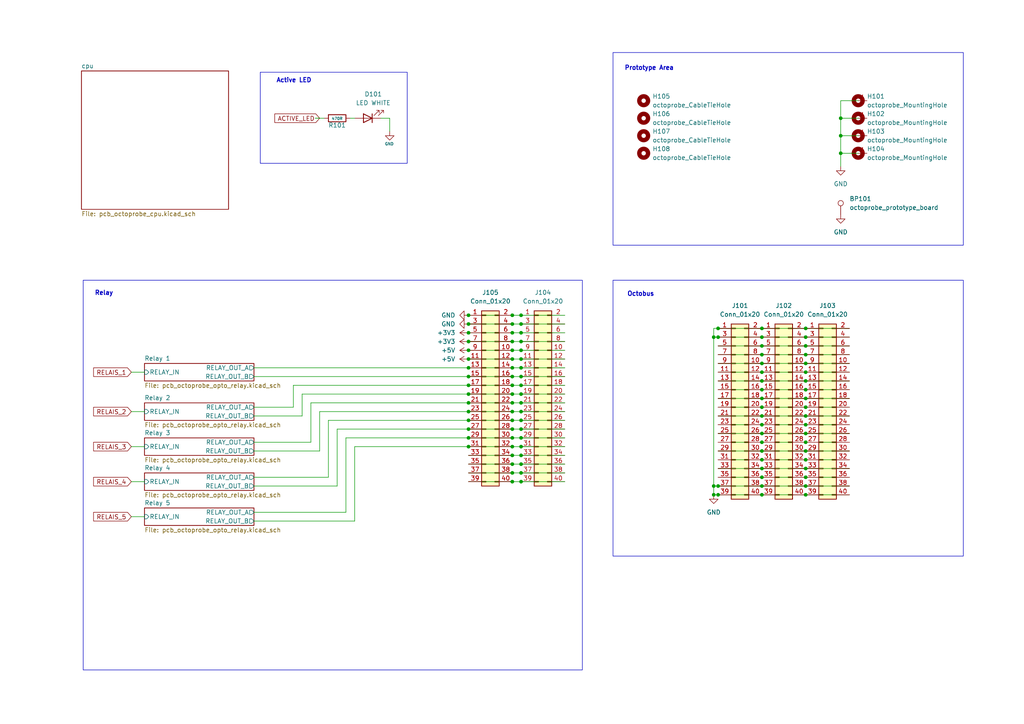
<source format=kicad_sch>
(kicad_sch (version 20231120) (generator "eeschema") (generator_version "8.0")
  (paper "A4")
  (title_block (title "Octoprobe") (date "2024-04-24") (rev "1.0") (company "Hans Märki, Märki Informatik") (comment 1 "The MIT License (MIT)"))
  (lib_symbols
    (symbol "00_project_library:LED WHITE" (pin_numbers hide) (pin_names (offset 1.016) hide)
      (property "Reference" "D" (at 0 2.54 0))
      (property "Value" "LED WHITE" (at 0 -2.54 0))
      (symbol "LED WHITE_0_1"
        (polyline (pts (xy -1.27 -1.27) (xy -1.27 1.27)) (stroke (width 0.254)))
        (polyline (pts (xy -1.27 0) (xy 1.27 0)))
        (polyline (pts (xy 1.27 -1.27) (xy 1.27 1.27) (xy -1.27 0) (xy 1.27 -1.27)) (stroke (width 0.254)))
        (polyline (pts (xy -3.048 -0.762) (xy -4.572 -2.286) (xy -3.81 -2.286) (xy -4.572 -2.286) (xy -4.572 -1.524)))
        (polyline (pts (xy -1.778 -0.762) (xy -3.302 -2.286) (xy -2.54 -2.286) (xy -3.302 -2.286) (xy -3.302 -1.524)))
      )
      (symbol "LED WHITE_1_1"
        (pin passive line (at -3.81 0 0) (length 2.54) (name "K") (number "1"))
        (pin passive line (at 3.81 0 180) (length 2.54) (name "A") (number "2"))
      )
    )
    (symbol "00_project_library:octoprobe_CableTieHole" (pin_numbers hide) (pin_names (offset 0) hide) (in_bom no)
      (property "Reference" "H" (at 0 5.08 0))
      (property "Value" "octoprobe_CableTieHole" (at 0 3.175 0))
      (symbol "octoprobe_CableTieHole_0_1"
        (circle (center 0 0) (radius 1.27) (stroke (width 1.27)))
      )
    )
    (symbol "00_project_library:octoprobe_MountingHole" (pin_names (offset 1.016))
      (property "Reference" "H" (at 0 5.08 0))
      (property "Value" "octoprobe_MountingHole" (at 0 3.175 0))
      (symbol "octoprobe_MountingHole_0_0"
        (pin power_in line (at 0 0 0) (length 2.54) (name "") (number "1"))
      )
      (symbol "octoprobe_MountingHole_0_1"
        (circle (center 0 0) (radius 1.27) (stroke (width 1.27)))
      )
    )
    (symbol "00_project_library:octoprobe_breakout_BP" (pin_numbers hide) (pin_names (offset 0.762) hide)
      (property "Reference" "BP" (at 0 6.858 0))
      (property "Value" "octoprobe_prototype_board" (at 0 5.08 0))
      (symbol "octoprobe_breakout_BP_0_1"
        (circle (center 0 3.302) (radius 0.762))
      )
      (symbol "octoprobe_breakout_BP_1_1"
        (pin passive line (at 0 0 90) (length 2.54) (name "1") (number "1"))
      )
    )
    (symbol "Connector_Generic:Conn_02x20_Odd_Even" (pin_names (offset 1.016) hide)
      (property "Reference" "J" (at 1.27 25.4 0))
      (property "Value" "Conn_02x20_Odd_Even" (at 1.27 -27.94 0))
      (symbol "Conn_02x20_Odd_Even_1_1"
        (rectangle (start -1.27 -25.273) (end 0 -25.527) (stroke (width 0.1524)))
        (rectangle (start -1.27 -22.733) (end 0 -22.987) (stroke (width 0.1524)))
        (rectangle (start -1.27 -20.193) (end 0 -20.447) (stroke (width 0.1524)))
        (rectangle (start -1.27 -17.653) (end 0 -17.907) (stroke (width 0.1524)))
        (rectangle (start -1.27 -15.113) (end 0 -15.367) (stroke (width 0.1524)))
        (rectangle (start -1.27 -12.573) (end 0 -12.827) (stroke (width 0.1524)))
        (rectangle (start -1.27 -10.033) (end 0 -10.287) (stroke (width 0.1524)))
        (rectangle (start -1.27 -7.493) (end 0 -7.747) (stroke (width 0.1524)))
        (rectangle (start -1.27 -4.953) (end 0 -5.207) (stroke (width 0.1524)))
        (rectangle (start -1.27 -2.413) (end 0 -2.667) (stroke (width 0.1524)))
        (rectangle (start -1.27 0.127) (end 0 -0.127) (stroke (width 0.1524)))
        (rectangle (start -1.27 2.667) (end 0 2.413) (stroke (width 0.1524)))
        (rectangle (start -1.27 5.207) (end 0 4.953) (stroke (width 0.1524)))
        (rectangle (start -1.27 7.747) (end 0 7.493) (stroke (width 0.1524)))
        (rectangle (start -1.27 10.287) (end 0 10.033) (stroke (width 0.1524)))
        (rectangle (start -1.27 12.827) (end 0 12.573) (stroke (width 0.1524)))
        (rectangle (start -1.27 15.367) (end 0 15.113) (stroke (width 0.1524)))
        (rectangle (start -1.27 17.907) (end 0 17.653) (stroke (width 0.1524)))
        (rectangle (start -1.27 20.447) (end 0 20.193) (stroke (width 0.1524)))
        (rectangle (start -1.27 22.987) (end 0 22.733) (stroke (width 0.1524)))
        (rectangle (start -1.27 24.13) (end 3.81 -26.67) (stroke (width 0.254)) (fill (type background)))
        (rectangle (start 3.81 -25.273) (end 2.54 -25.527) (stroke (width 0.1524)))
        (rectangle (start 3.81 -22.733) (end 2.54 -22.987) (stroke (width 0.1524)))
        (rectangle (start 3.81 -20.193) (end 2.54 -20.447) (stroke (width 0.1524)))
        (rectangle (start 3.81 -17.653) (end 2.54 -17.907) (stroke (width 0.1524)))
        (rectangle (start 3.81 -15.113) (end 2.54 -15.367) (stroke (width 0.1524)))
        (rectangle (start 3.81 -12.573) (end 2.54 -12.827) (stroke (width 0.1524)))
        (rectangle (start 3.81 -10.033) (end 2.54 -10.287) (stroke (width 0.1524)))
        (rectangle (start 3.81 -7.493) (end 2.54 -7.747) (stroke (width 0.1524)))
        (rectangle (start 3.81 -4.953) (end 2.54 -5.207) (stroke (width 0.1524)))
        (rectangle (start 3.81 -2.413) (end 2.54 -2.667) (stroke (width 0.1524)))
        (rectangle (start 3.81 0.127) (end 2.54 -0.127) (stroke (width 0.1524)))
        (rectangle (start 3.81 2.667) (end 2.54 2.413) (stroke (width 0.1524)))
        (rectangle (start 3.81 5.207) (end 2.54 4.953) (stroke (width 0.1524)))
        (rectangle (start 3.81 7.747) (end 2.54 7.493) (stroke (width 0.1524)))
        (rectangle (start 3.81 10.287) (end 2.54 10.033) (stroke (width 0.1524)))
        (rectangle (start 3.81 12.827) (end 2.54 12.573) (stroke (width 0.1524)))
        (rectangle (start 3.81 15.367) (end 2.54 15.113) (stroke (width 0.1524)))
        (rectangle (start 3.81 17.907) (end 2.54 17.653) (stroke (width 0.1524)))
        (rectangle (start 3.81 20.447) (end 2.54 20.193) (stroke (width 0.1524)))
        (rectangle (start 3.81 22.987) (end 2.54 22.733) (stroke (width 0.1524)))
        (pin passive line (at -5.08 22.86 0) (length 3.81) (name "Pin_1") (number "1"))
        (pin passive line (at 7.62 12.7 180) (length 3.81) (name "Pin_10") (number "10"))
        (pin passive line (at -5.08 10.16 0) (length 3.81) (name "Pin_11") (number "11"))
        (pin passive line (at 7.62 10.16 180) (length 3.81) (name "Pin_12") (number "12"))
        (pin passive line (at -5.08 7.62 0) (length 3.81) (name "Pin_13") (number "13"))
        (pin passive line (at 7.62 7.62 180) (length 3.81) (name "Pin_14") (number "14"))
        (pin passive line (at -5.08 5.08 0) (length 3.81) (name "Pin_15") (number "15"))
        (pin passive line (at 7.62 5.08 180) (length 3.81) (name "Pin_16") (number "16"))
        (pin passive line (at -5.08 2.54 0) (length 3.81) (name "Pin_17") (number "17"))
        (pin passive line (at 7.62 2.54 180) (length 3.81) (name "Pin_18") (number "18"))
        (pin passive line (at -5.08 0 0) (length 3.81) (name "Pin_19") (number "19"))
        (pin passive line (at 7.62 22.86 180) (length 3.81) (name "Pin_2") (number "2"))
        (pin passive line (at 7.62 0 180) (length 3.81) (name "Pin_20") (number "20"))
        (pin passive line (at -5.08 -2.54 0) (length 3.81) (name "Pin_21") (number "21"))
        (pin passive line (at 7.62 -2.54 180) (length 3.81) (name "Pin_22") (number "22"))
        (pin passive line (at -5.08 -5.08 0) (length 3.81) (name "Pin_23") (number "23"))
        (pin passive line (at 7.62 -5.08 180) (length 3.81) (name "Pin_24") (number "24"))
        (pin passive line (at -5.08 -7.62 0) (length 3.81) (name "Pin_25") (number "25"))
        (pin passive line (at 7.62 -7.62 180) (length 3.81) (name "Pin_26") (number "26"))
        (pin passive line (at -5.08 -10.16 0) (length 3.81) (name "Pin_27") (number "27"))
        (pin passive line (at 7.62 -10.16 180) (length 3.81) (name "Pin_28") (number "28"))
        (pin passive line (at -5.08 -12.7 0) (length 3.81) (name "Pin_29") (number "29"))
        (pin passive line (at -5.08 20.32 0) (length 3.81) (name "Pin_3") (number "3"))
        (pin passive line (at 7.62 -12.7 180) (length 3.81) (name "Pin_30") (number "30"))
        (pin passive line (at -5.08 -15.24 0) (length 3.81) (name "Pin_31") (number "31"))
        (pin passive line (at 7.62 -15.24 180) (length 3.81) (name "Pin_32") (number "32"))
        (pin passive line (at -5.08 -17.78 0) (length 3.81) (name "Pin_33") (number "33"))
        (pin passive line (at 7.62 -17.78 180) (length 3.81) (name "Pin_34") (number "34"))
        (pin passive line (at -5.08 -20.32 0) (length 3.81) (name "Pin_35") (number "35"))
        (pin passive line (at 7.62 -20.32 180) (length 3.81) (name "Pin_36") (number "36"))
        (pin passive line (at -5.08 -22.86 0) (length 3.81) (name "Pin_37") (number "37"))
        (pin passive line (at 7.62 -22.86 180) (length 3.81) (name "Pin_38") (number "38"))
        (pin passive line (at -5.08 -25.4 0) (length 3.81) (name "Pin_39") (number "39"))
        (pin passive line (at 7.62 20.32 180) (length 3.81) (name "Pin_4") (number "4"))
        (pin passive line (at 7.62 -25.4 180) (length 3.81) (name "Pin_40") (number "40"))
        (pin passive line (at -5.08 17.78 0) (length 3.81) (name "Pin_5") (number "5"))
        (pin passive line (at 7.62 17.78 180) (length 3.81) (name "Pin_6") (number "6"))
        (pin passive line (at -5.08 15.24 0) (length 3.81) (name "Pin_7") (number "7"))
        (pin passive line (at 7.62 15.24 180) (length 3.81) (name "Pin_8") (number "8"))
        (pin passive line (at -5.08 12.7 0) (length 3.81) (name "Pin_9") (number "9"))
      )
    )
    (symbol "Device:R" (pin_numbers hide) (pin_names (offset 0))
      (property "Reference" "R" (at 2.032 0 90))
      (property "Value" "R" (at 0 0 90))
      (symbol "R_0_1"
        (rectangle (start -1.016 -2.54) (end 1.016 2.54) (stroke (width 0.254)))
      )
      (symbol "R_1_1"
        (pin passive line (at 0 3.81 270) (length 1.27) (name "~") (number "1"))
        (pin passive line (at 0 -3.81 90) (length 1.27) (name "~") (number "2"))
      )
    )
    (symbol "power:+3V3" (power) (pin_numbers hide) (pin_names (offset 0) hide)
      (property "Value" "+3V3" (at 0 3.556 0))
      (symbol "+3V3_0_1"
        (polyline (pts (xy -0.762 1.27) (xy 0 2.54)))
        (polyline (pts (xy 0 0) (xy 0 2.54)))
        (polyline (pts (xy 0 2.54) (xy 0.762 1.27)))
      )
      (symbol "+3V3_1_1"
        (pin power_in line (at 0 0 90) (length 0) (name "~") (number "1"))
      )
    )
    (symbol "power:+5V" (power) (pin_numbers hide) (pin_names (offset 0) hide)
      (property "Value" "+5V" (at 0 3.556 0))
      (symbol "+5V_0_1"
        (polyline (pts (xy -0.762 1.27) (xy 0 2.54)))
        (polyline (pts (xy 0 0) (xy 0 2.54)))
        (polyline (pts (xy 0 2.54) (xy 0.762 1.27)))
      )
      (symbol "+5V_1_1"
        (pin power_in line (at 0 0 90) (length 0) (name "~") (number "1"))
      )
    )
    (symbol "power:GND" (power) (pin_numbers hide) (pin_names (offset 0) hide)
      (property "Value" "GND" (at 0 -3.81 0))
      (symbol "GND_0_1"
        (polyline (pts (xy 0 0) (xy 0 -1.27) (xy 1.27 -1.27) (xy 0 -2.54) (xy -1.27 -1.27) (xy 0 -1.27)))
      )
      (symbol "GND_1_1"
        (pin power_in line (at 0 0 270) (length 0) (name "~") (number "1"))
      )
    )
  )
  (junction (at 148.59 137.16))
  (junction (at 233.68 135.89))
  (junction (at 151.13 119.38))
  (junction (at 220.98 133.35))
  (junction (at 151.13 121.92))
  (junction (at 220.98 128.27))
  (junction (at 233.68 100.33))
  (junction (at 151.13 114.3))
  (junction (at 135.89 106.68))
  (junction (at 243.84 39.37))
  (junction (at 220.98 138.43))
  (junction (at 208.28 143.51))
  (junction (at 148.59 124.46))
  (junction (at 151.13 101.6))
  (junction (at 151.13 129.54))
  (junction (at 220.98 102.87))
  (junction (at 151.13 91.44))
  (junction (at 220.98 95.25))
  (junction (at 207.01 97.79))
  (junction (at 233.68 113.03))
  (junction (at 135.89 114.3))
  (junction (at 233.68 105.41))
  (junction (at 148.59 106.68))
  (junction (at 220.98 140.97))
  (junction (at 233.68 118.11))
  (junction (at 148.59 121.92))
  (junction (at 148.59 109.22))
  (junction (at 233.68 133.35))
  (junction (at 148.59 119.38))
  (junction (at 243.84 44.45))
  (junction (at 233.68 107.95))
  (junction (at 233.68 110.49))
  (junction (at 151.13 106.68))
  (junction (at 151.13 132.08))
  (junction (at 148.59 93.98))
  (junction (at 151.13 116.84))
  (junction (at 148.59 132.08))
  (junction (at 233.68 130.81))
  (junction (at 151.13 96.52))
  (junction (at 135.89 111.76))
  (junction (at 233.68 143.51))
  (junction (at 220.98 123.19))
  (junction (at 135.89 116.84))
  (junction (at 220.98 113.03))
  (junction (at 243.84 34.29))
  (junction (at 151.13 109.22))
  (junction (at 233.68 128.27))
  (junction (at 151.13 137.16))
  (junction (at 135.89 119.38))
  (junction (at 148.59 96.52))
  (junction (at 233.68 95.25))
  (junction (at 151.13 99.06))
  (junction (at 233.68 125.73))
  (junction (at 151.13 134.62))
  (junction (at 233.68 97.79))
  (junction (at 148.59 139.7))
  (junction (at 151.13 111.76))
  (junction (at 207.01 143.51))
  (junction (at 135.89 99.06))
  (junction (at 135.89 104.14))
  (junction (at 208.28 140.97))
  (junction (at 220.98 105.41))
  (junction (at 208.28 97.79))
  (junction (at 233.68 120.65))
  (junction (at 233.68 123.19))
  (junction (at 148.59 91.44))
  (junction (at 220.98 110.49))
  (junction (at 148.59 129.54))
  (junction (at 148.59 99.06))
  (junction (at 135.89 121.92))
  (junction (at 135.89 124.46))
  (junction (at 220.98 143.51))
  (junction (at 220.98 118.11))
  (junction (at 135.89 93.98))
  (junction (at 220.98 97.79))
  (junction (at 148.59 104.14))
  (junction (at 151.13 104.14))
  (junction (at 220.98 135.89))
  (junction (at 148.59 114.3))
  (junction (at 208.28 95.25))
  (junction (at 151.13 139.7))
  (junction (at 151.13 124.46))
  (junction (at 151.13 93.98))
  (junction (at 135.89 91.44))
  (junction (at 135.89 101.6))
  (junction (at 148.59 111.76))
  (junction (at 220.98 100.33))
  (junction (at 233.68 138.43))
  (junction (at 151.13 127))
  (junction (at 220.98 130.81))
  (junction (at 148.59 116.84))
  (junction (at 148.59 127))
  (junction (at 135.89 129.54))
  (junction (at 135.89 127))
  (junction (at 233.68 115.57))
  (junction (at 220.98 107.95))
  (junction (at 220.98 120.65))
  (junction (at 207.01 140.97))
  (junction (at 233.68 140.97))
  (junction (at 148.59 101.6))
  (junction (at 148.59 134.62))
  (junction (at 135.89 109.22))
  (junction (at 135.89 96.52))
  (junction (at 220.98 115.57))
  (junction (at 233.68 102.87))
  (junction (at 220.98 125.73))
  (wire (pts (xy 102.87 151.13) (xy 102.87 129.54)))
  (wire (pts (xy 151.13 124.46) (xy 163.83 124.46)))
  (wire (pts (xy 148.59 96.52) (xy 151.13 96.52)))
  (wire (pts (xy 135.89 134.62) (xy 148.59 134.62)))
  (wire (pts (xy 220.98 130.81) (xy 233.68 130.81)))
  (wire (pts (xy 233.68 123.19) (xy 246.38 123.19)))
  (wire (pts (xy 148.59 116.84) (xy 151.13 116.84)))
  (wire (pts (xy 220.98 140.97) (xy 233.68 140.97)))
  (wire (pts (xy 102.87 151.13) (xy 73.66 151.13)))
  (wire (pts (xy 135.89 111.76) (xy 85.09 111.76)))
  (wire (pts (xy 38.1 129.54) (xy 41.91 129.54)))
  (wire (pts (xy 148.59 119.38) (xy 151.13 119.38)))
  (wire (pts (xy 151.13 127) (xy 163.83 127)))
  (wire (pts (xy 208.28 128.27) (xy 220.98 128.27)))
  (wire (pts (xy 243.84 34.29) (xy 248.92 34.29)))
  (wire (pts (xy 148.59 101.6) (xy 151.13 101.6)))
  (wire (pts (xy 148.59 114.3) (xy 151.13 114.3)))
  (wire (pts (xy 208.28 102.87) (xy 220.98 102.87)))
  (wire (pts (xy 220.98 102.87) (xy 233.68 102.87)))
  (wire (pts (xy 220.98 120.65) (xy 233.68 120.65)))
  (wire (pts (xy 233.68 143.51) (xy 246.38 143.51)))
  (wire (pts (xy 243.84 44.45) (xy 248.92 44.45)))
  (wire (pts (xy 151.13 99.06) (xy 163.83 99.06)))
  (wire (pts (xy 92.71 34.29) (xy 91.44 34.29)))
  (wire (pts (xy 151.13 132.08) (xy 163.83 132.08)))
  (wire (pts (xy 148.59 104.14) (xy 151.13 104.14)))
  (wire (pts (xy 151.13 91.44) (xy 163.83 91.44)))
  (wire (pts (xy 243.84 44.45) (xy 243.84 48.26)))
  (wire (pts (xy 220.98 123.19) (xy 233.68 123.19)))
  (wire (pts (xy 220.98 138.43) (xy 233.68 138.43)))
  (wire (pts (xy 135.89 127) (xy 148.59 127)))
  (wire (pts (xy 100.33 148.59) (xy 100.33 127)))
  (wire (pts (xy 207.01 95.25) (xy 208.28 95.25)))
  (wire (pts (xy 208.28 143.51) (xy 220.98 143.51)))
  (wire (pts (xy 148.59 93.98) (xy 151.13 93.98)))
  (wire (pts (xy 113.03 34.29) (xy 113.03 38.1)))
  (wire (pts (xy 220.98 100.33) (xy 233.68 100.33)))
  (wire (pts (xy 208.28 107.95) (xy 220.98 107.95)))
  (wire (pts (xy 208.28 135.89) (xy 220.98 135.89)))
  (wire (pts (xy 220.98 115.57) (xy 233.68 115.57)))
  (wire (pts (xy 248.92 29.21) (xy 243.84 29.21)))
  (wire (pts (xy 208.28 97.79) (xy 220.98 97.79)))
  (wire (pts (xy 220.98 105.41) (xy 233.68 105.41)))
  (wire (pts (xy 38.1 107.95) (xy 41.91 107.95)))
  (wire (pts (xy 73.66 138.43) (xy 95.25 138.43)))
  (wire (pts (xy 220.98 118.11) (xy 233.68 118.11)))
  (wire (pts (xy 220.98 143.51) (xy 233.68 143.51)))
  (wire (pts (xy 207.01 97.79) (xy 207.01 95.25)))
  (wire (pts (xy 148.59 106.68) (xy 151.13 106.68)))
  (wire (pts (xy 151.13 106.68) (xy 163.83 106.68)))
  (wire (pts (xy 208.28 123.19) (xy 220.98 123.19)))
  (wire (pts (xy 73.66 120.65) (xy 87.63 120.65)))
  (wire (pts (xy 135.89 116.84) (xy 90.17 116.84)))
  (wire (pts (xy 207.01 143.51) (xy 207.01 140.97)))
  (wire (pts (xy 207.01 140.97) (xy 208.28 140.97)))
  (wire (pts (xy 151.13 116.84) (xy 163.83 116.84)))
  (wire (pts (xy 220.98 97.79) (xy 233.68 97.79)))
  (wire (pts (xy 208.28 118.11) (xy 220.98 118.11)))
  (wire (pts (xy 135.89 114.3) (xy 148.59 114.3)))
  (wire (pts (xy 208.28 105.41) (xy 220.98 105.41)))
  (wire (pts (xy 135.89 96.52) (xy 148.59 96.52)))
  (wire (pts (xy 208.28 95.25) (xy 220.98 95.25)))
  (wire (pts (xy 243.84 29.21) (xy 243.84 34.29)))
  (wire (pts (xy 73.66 106.68) (xy 135.89 106.68)))
  (wire (pts (xy 97.79 124.46) (xy 97.79 140.97)))
  (wire (pts (xy 92.71 130.81) (xy 92.71 119.38)))
  (wire (pts (xy 208.28 100.33) (xy 220.98 100.33)))
  (wire (pts (xy 243.84 39.37) (xy 243.84 44.45)))
  (wire (pts (xy 233.68 113.03) (xy 246.38 113.03)))
  (wire (pts (xy 151.13 134.62) (xy 163.83 134.62)))
  (wire (pts (xy 233.68 120.65) (xy 246.38 120.65)))
  (wire (pts (xy 233.68 138.43) (xy 246.38 138.43)))
  (wire (pts (xy 91.44 34.29) (xy 91.44 34.2834)))
  (wire (pts (xy 73.66 130.81) (xy 92.71 130.81)))
  (wire (pts (xy 148.59 139.7) (xy 151.13 139.7)))
  (wire (pts (xy 207.01 97.79) (xy 208.28 97.79)))
  (wire (pts (xy 93.98 34.29) (xy 91.44 34.2834)))
  (wire (pts (xy 220.98 107.95) (xy 233.68 107.95)))
  (wire (pts (xy 102.87 34.29) (xy 101.6 34.29)))
  (wire (pts (xy 135.89 127) (xy 100.33 127)))
  (wire (pts (xy 135.89 104.14) (xy 148.59 104.14)))
  (wire (pts (xy 135.89 139.7) (xy 148.59 139.7)))
  (wire (pts (xy 151.13 119.38) (xy 163.83 119.38)))
  (wire (pts (xy 151.13 104.14) (xy 163.83 104.14)))
  (wire (pts (xy 207.01 140.97) (xy 207.01 97.79)))
  (wire (pts (xy 233.68 95.25) (xy 246.38 95.25)))
  (wire (pts (xy 151.13 111.76) (xy 163.83 111.76)))
  (wire (pts (xy 151.13 96.52) (xy 163.83 96.52)))
  (wire (pts (xy 90.17 128.27) (xy 73.66 128.27)))
  (wire (pts (xy 233.68 105.41) (xy 246.38 105.41)))
  (wire (pts (xy 148.59 137.16) (xy 151.13 137.16)))
  (wire (pts (xy 87.63 120.65) (xy 87.63 114.3)))
  (wire (pts (xy 148.59 129.54) (xy 151.13 129.54)))
  (wire (pts (xy 208.28 115.57) (xy 220.98 115.57)))
  (wire (pts (xy 135.89 119.38) (xy 148.59 119.38)))
  (wire (pts (xy 135.89 137.16) (xy 148.59 137.16)))
  (wire (pts (xy 208.28 110.49) (xy 220.98 110.49)))
  (wire (pts (xy 151.13 121.92) (xy 163.83 121.92)))
  (wire (pts (xy 220.98 125.73) (xy 233.68 125.73)))
  (wire (pts (xy 38.1 149.86) (xy 41.91 149.86)))
  (wire (pts (xy 243.84 34.29) (xy 243.84 39.37)))
  (wire (pts (xy 90.17 116.84) (xy 90.17 128.27)))
  (wire (pts (xy 97.79 140.97) (xy 73.66 140.97)))
  (wire (pts (xy 208.28 133.35) (xy 220.98 133.35)))
  (wire (pts (xy 207.01 143.51) (xy 208.28 143.51)))
  (wire (pts (xy 220.98 113.03) (xy 233.68 113.03)))
  (wire (pts (xy 73.66 109.22) (xy 135.89 109.22)))
  (wire (pts (xy 135.89 111.76) (xy 148.59 111.76)))
  (wire (pts (xy 233.68 102.87) (xy 246.38 102.87)))
  (wire (pts (xy 233.68 97.79) (xy 246.38 97.79)))
  (wire (pts (xy 151.13 129.54) (xy 163.83 129.54)))
  (wire (pts (xy 148.59 91.44) (xy 151.13 91.44)))
  (wire (pts (xy 135.89 93.98) (xy 148.59 93.98)))
  (wire (pts (xy 73.66 148.59) (xy 100.33 148.59)))
  (wire (pts (xy 151.13 137.16) (xy 163.83 137.16)))
  (wire (pts (xy 135.89 91.44) (xy 148.59 91.44)))
  (wire (pts (xy 135.89 124.46) (xy 148.59 124.46)))
  (wire (pts (xy 135.89 129.54) (xy 102.87 129.54)))
  (wire (pts (xy 148.59 124.46) (xy 151.13 124.46)))
  (wire (pts (xy 208.28 138.43) (xy 220.98 138.43)))
  (wire (pts (xy 220.98 133.35) (xy 233.68 133.35)))
  (wire (pts (xy 113.03 34.29) (xy 110.49 34.29)))
  (wire (pts (xy 208.28 140.97) (xy 220.98 140.97)))
  (wire (pts (xy 135.89 121.92) (xy 95.25 121.92)))
  (wire (pts (xy 148.59 132.08) (xy 151.13 132.08)))
  (wire (pts (xy 208.28 113.03) (xy 220.98 113.03)))
  (wire (pts (xy 208.28 125.73) (xy 220.98 125.73)))
  (wire (pts (xy 38.1 119.38) (xy 41.91 119.38)))
  (wire (pts (xy 135.89 129.54) (xy 148.59 129.54)))
  (wire (pts (xy 135.89 132.08) (xy 148.59 132.08)))
  (wire (pts (xy 151.13 139.7) (xy 163.83 139.7)))
  (wire (pts (xy 148.59 111.76) (xy 151.13 111.76)))
  (wire (pts (xy 220.98 135.89) (xy 233.68 135.89)))
  (wire (pts (xy 97.79 124.46) (xy 135.89 124.46)))
  (wire (pts (xy 85.09 111.76) (xy 85.09 118.11)))
  (wire (pts (xy 233.68 140.97) (xy 246.38 140.97)))
  (wire (pts (xy 151.13 114.3) (xy 163.83 114.3)))
  (wire (pts (xy 220.98 95.25) (xy 233.68 95.25)))
  (wire (pts (xy 135.89 106.68) (xy 148.59 106.68)))
  (wire (pts (xy 151.13 109.22) (xy 163.83 109.22)))
  (wire (pts (xy 148.59 127) (xy 151.13 127)))
  (wire (pts (xy 148.59 134.62) (xy 151.13 134.62)))
  (wire (pts (xy 220.98 128.27) (xy 233.68 128.27)))
  (wire (pts (xy 233.68 118.11) (xy 246.38 118.11)))
  (wire (pts (xy 233.68 110.49) (xy 246.38 110.49)))
  (wire (pts (xy 233.68 115.57) (xy 246.38 115.57)))
  (wire (pts (xy 151.13 101.6) (xy 163.83 101.6)))
  (wire (pts (xy 135.89 121.92) (xy 148.59 121.92)))
  (wire (pts (xy 148.59 109.22) (xy 151.13 109.22)))
  (wire (pts (xy 92.71 119.38) (xy 135.89 119.38)))
  (wire (pts (xy 208.28 120.65) (xy 220.98 120.65)))
  (wire (pts (xy 38.1 139.7) (xy 41.91 139.7)))
  (wire (pts (xy 148.59 121.92) (xy 151.13 121.92)))
  (wire (pts (xy 87.63 114.3) (xy 135.89 114.3)))
  (wire (pts (xy 148.59 99.06) (xy 151.13 99.06)))
  (wire (pts (xy 135.89 109.22) (xy 148.59 109.22)))
  (wire (pts (xy 220.98 110.49) (xy 233.68 110.49)))
  (wire (pts (xy 233.68 107.95) (xy 246.38 107.95)))
  (wire (pts (xy 233.68 130.81) (xy 246.38 130.81)))
  (wire (pts (xy 208.28 130.81) (xy 220.98 130.81)))
  (wire (pts (xy 243.84 39.37) (xy 248.92 39.37)))
  (wire (pts (xy 95.25 121.92) (xy 95.25 138.43)))
  (wire (pts (xy 151.13 93.98) (xy 163.83 93.98)))
  (wire (pts (xy 135.89 99.06) (xy 148.59 99.06)))
  (wire (pts (xy 233.68 128.27) (xy 246.38 128.27)))
  (wire (pts (xy 135.89 116.84) (xy 148.59 116.84)))
  (wire (pts (xy 85.09 118.11) (xy 73.66 118.11)))
  (wire (pts (xy 233.68 135.89) (xy 246.38 135.89)))
  (wire (pts (xy 233.68 133.35) (xy 246.38 133.35)))
  (wire (pts (xy 135.89 101.6) (xy 148.59 101.6)))
  (wire (pts (xy 233.68 100.33) (xy 246.38 100.33)))
  (wire (pts (xy 233.68 125.73) (xy 246.38 125.73)))
  (rectangle (start 177.8 15.24) (end 279.4 71.12))
  (rectangle (start 177.8 81.28) (end 279.4 161.29))
  (rectangle (start 24.13 81.28) (end 168.91 194.31))
  (rectangle (start 75.4893 20.9451) (end 118.11 47.3611))
  (text "Prototype Area" (at 181.102 20.574 0) (effects (font (size 1.27 1.27) (thickness 0.254) (bold yes)) (justify left bottom)))
  (text "Relay" (at 27.432 85.852 0) (effects (font (size 1.27 1.27) (thickness 0.254) (bold yes)) (justify left bottom)))
  (text "Active LED" (at 80.0988 24.1581 0) (effects (font (size 1.27 1.27) (thickness 0.254) (bold yes)) (justify left bottom)))
  (text "Octobus" (at 181.864 86.106 0) (effects (font (size 1.27 1.27) (thickness 0.254) (bold yes)) (justify left bottom)))
  (global_label "RELAIS_1" (shape input) (at 38.1 107.95 180) (property "Intersheetrefs" "${INTERSHEET_REFS}" (effects (hide yes))))
  (global_label "RELAIS_3" (shape input) (at 38.1 129.54 180) (property "Intersheetrefs" "${INTERSHEET_REFS}" (effects (hide yes))))
  (global_label "RELAIS_2" (shape input) (at 38.1 119.38 180) (property "Intersheetrefs" "${INTERSHEET_REFS}" (effects (hide yes))))
  (global_label "ACTIVE_LED" (shape input) (at 92.71 34.29 180) (property "Intersheetrefs" "${INTERSHEET_REFS}" (effects (hide yes))))
  (global_label "RELAIS_4" (shape input) (at 38.1 139.7 180) (property "Intersheetrefs" "${INTERSHEET_REFS}" (effects (hide yes))))
  (global_label "RELAIS_5" (shape input) (at 38.1 149.86 180) (property "Intersheetrefs" "${INTERSHEET_REFS}" (effects (hide yes))))
  (symbol (lib_id "power:GND") (at 207.01 143.51 0) (unit 1)
    (property "Reference" "#PWR0101" (effects (hide yes)))
    (property "Value" "GND" (at 207.01 148.59 0))
    (property "Description" "Power symbol creates a global label with name \"GND\" , ground" (effects (hide yes)))
  )
  (symbol (lib_id "power:GND") (at 135.89 91.44 270) (unit 1)
    (property "Reference" "#PWR0107" (effects (hide yes)))
    (property "Value" "GND" (at 132.08 91.4399 90) (effects (justify right)))
    (property "Description" "Power symbol creates a global label with name \"GND\" , ground" (effects (hide yes)))
  )
  (symbol (lib_id "power:GND") (at 113.03 38.1 0) (unit 1)
    (property "Reference" "#PWR0103" (effects (hide yes)))
    (property "Value" "GND" (at 112.903 41.7322 0) (effects (font (size 0.8 0.8))))
    (property "Description" "Power symbol creates a global label with name \"GND\" , ground" (effects (hide yes)))
  )
  (symbol (lib_id "power:+3V3") (at 135.89 99.06 90) (unit 1)
    (property "Reference" "#PWR0112" (effects (hide yes)))
    (property "Value" "+3V3" (at 132.08 99.0599 90) (effects (justify left)))
    (property "Description" "Power symbol creates a global label with name \"+3V3\"" (effects (hide yes)))
  )
  (symbol (lib_id "00_project_library:octoprobe_CableTieHole") (at 186.69 29.21 0) (unit 1) (in_bom no)
    (property "Reference" "H105" (at 189.23 27.9399 0) (effects (justify left)))
    (property "Value" "octoprobe_CableTieHole" (at 189.23 30.4799 0) (effects (justify left)))
    (property "Footprint" "00_project_library:octoprobe_CableTieHole" (effects (hide yes)))
    (property "Description" "Mounting Hole without connection" (effects (hide yes)))
  )
  (symbol (lib_id "Connector_Generic:Conn_02x20_Odd_Even") (at 226.06 118.11 0) (unit 1) (in_bom no)
    (property "Reference" "J102" (at 227.33 88.646 0))
    (property "Value" "Conn_01x20" (at 227.33 91.186 0))
    (property "Footprint" "00_project_library:PinSocket_2x20_P2.54mm_Vertical-mirrored" (effects (hide yes)))
  )
  (symbol (lib_id "00_project_library:octoprobe_CableTieHole") (at 186.69 34.29 0) (unit 1) (in_bom no)
    (property "Reference" "H106" (at 189.23 33.0199 0) (effects (justify left)))
    (property "Value" "octoprobe_CableTieHole" (at 189.23 35.5599 0) (effects (justify left)))
    (property "Footprint" "00_project_library:octoprobe_CableTieHole" (effects (hide yes)))
    (property "Description" "Mounting Hole without connection" (effects (hide yes)))
  )
  (symbol (lib_id "00_project_library:octoprobe_CableTieHole") (at 186.69 44.45 0) (unit 1) (in_bom no)
    (property "Reference" "H108" (at 189.23 43.1799 0) (effects (justify left)))
    (property "Value" "octoprobe_CableTieHole" (at 189.23 45.7199 0) (effects (justify left)))
    (property "Footprint" "00_project_library:octoprobe_CableTieHole" (effects (hide yes)))
    (property "Description" "Mounting Hole without connection" (effects (hide yes)))
  )
  (symbol (lib_id "power:+5V") (at 135.89 101.6 90) (unit 1)
    (property "Reference" "#PWR0110" (effects (hide yes)))
    (property "Value" "+5V" (at 132.08 101.5999 90) (effects (justify left)))
    (property "Description" "Power symbol creates a global label with name \"+5V\"" (effects (hide yes)))
  )
  (symbol (lib_id "Device:R") (at 97.79 34.29 270) (unit 1)
    (property "Reference" "R101" (at 97.79 36.322 90))
    (property "Value" "470R" (at 97.79 34.3916 90) (effects (font (size 0.8 0.8))))
    (property "Footprint" "Resistor_SMD:R_0402_1005Metric_Pad0.72x0.64mm_HandSolder" (effects (hide yes)))
  )
  (symbol (lib_id "00_project_library:octoprobe_MountingHole") (at 248.92 39.37 0) (unit 1)
    (property "Reference" "H103" (at 251.46 38.0999 0) (effects (justify left)))
    (property "Value" "octoprobe_MountingHole" (at 251.46 40.6399 0) (effects (justify left)))
    (property "Footprint" "MountingHole:MountingHole_3.2mm_M3_DIN965_Pad" (effects (hide yes)))
    (property "Description" "Mounting Hole without connection" (effects (hide yes)))
  )
  (symbol (lib_id "00_project_library:LED WHITE") (at 106.68 34.29 180) (unit 1)
    (property "Reference" "D101" (at 108.2675 27.305 0))
    (property "Value" "LED WHITE" (at 108.2675 29.845 0))
    (property "Footprint" "00_project_library:LED_0603_1608Metric" (effects (hide yes)))
    (property "JLC" "C2290" (effects (hide yes)))
  )
  (symbol (lib_id "00_project_library:octoprobe_MountingHole") (at 248.92 44.45 0) (unit 1)
    (property "Reference" "H104" (at 251.46 43.1799 0) (effects (justify left)))
    (property "Value" "octoprobe_MountingHole" (at 251.46 45.7199 0) (effects (justify left)))
    (property "Footprint" "MountingHole:MountingHole_3.2mm_M3_DIN965_Pad" (effects (hide yes)))
    (property "Description" "Mounting Hole without connection" (effects (hide yes)))
  )
  (symbol (lib_id "00_project_library:octoprobe_breakout_BP") (at 243.84 62.23 0) (unit 1)
    (property "Reference" "BP101" (at 246.38 57.6579 0) (effects (justify left)))
    (property "Value" "octoprobe_prototype_board" (at 246.38 60.1979 0) (effects (justify left)))
    (property "Footprint" "00_project_library:octoprobe_breakout_PB" (effects (hide yes)))
    (property "Datasheet" "https://www.roth-elektronik.com/de/produkte/detail/artnr/RE233-LF/category/Laborkarten+Dual+Inline" (effects (hide yes)))
    (property "Description" "Octoprobe Prototype Board" (effects (hide yes)))
  )
  (symbol (lib_id "Connector_Generic:Conn_02x20_Odd_Even") (at 238.76 118.11 0) (unit 1) (in_bom no)
    (property "Reference" "J103" (at 240.03 88.646 0))
    (property "Value" "Conn_01x20" (at 240.03 91.186 0))
    (property "Footprint" "00_project_library:PinSocket_2x20_P2.54mm_Vertical-mirrored-bare" (effects (hide yes)))
  )
  (symbol (lib_id "Connector_Generic:Conn_02x20_Odd_Even") (at 213.36 118.11 0) (unit 1) (in_bom no)
    (property "Reference" "J101" (at 214.63 88.646 0))
    (property "Value" "Conn_01x20" (at 214.63 91.186 0))
    (property "Footprint" "00_project_library:PinSocket_2x20_P2.54mm_Vertical-stackable" (effects (hide yes)))
  )
  (symbol (lib_id "power:GND") (at 243.84 48.26 0) (unit 1)
    (property "Reference" "#PWR0102" (effects (hide yes)))
    (property "Value" "GND" (at 243.84 53.34 0))
    (property "Description" "Power symbol creates a global label with name \"GND\" , ground" (effects (hide yes)))
  )
  (symbol (lib_id "Connector_Generic:Conn_02x20_Odd_Even") (at 140.97 114.3 0) (unit 1) (in_bom no)
    (property "Reference" "J105" (at 142.24 84.836 0))
    (property "Value" "Conn_01x20" (at 142.24 87.376 0))
    (property "Footprint" "00_project_library:PinSocket_2x20_P2.54mm_Vertical-mirrored-bare" (effects (hide yes)))
  )
  (symbol (lib_id "power:GND") (at 135.89 93.98 270) (unit 1)
    (property "Reference" "#PWR0108" (effects (hide yes)))
    (property "Value" "GND" (at 132.08 93.9799 90) (effects (justify right)))
    (property "Description" "Power symbol creates a global label with name \"GND\" , ground" (effects (hide yes)))
  )
  (symbol (lib_id "power:+3V3") (at 135.89 96.52 90) (unit 1)
    (property "Reference" "#PWR0109" (effects (hide yes)))
    (property "Value" "+3V3" (at 132.08 96.5199 90) (effects (justify left)))
    (property "Description" "Power symbol creates a global label with name \"+3V3\"" (effects (hide yes)))
  )
  (symbol (lib_id "00_project_library:octoprobe_MountingHole") (at 248.92 29.21 0) (unit 1)
    (property "Reference" "H101" (at 251.46 27.9399 0) (effects (justify left)))
    (property "Value" "octoprobe_MountingHole" (at 251.46 30.4799 0) (effects (justify left)))
    (property "Footprint" "MountingHole:MountingHole_3.2mm_M3_DIN965_Pad" (effects (hide yes)))
    (property "Description" "Mounting Hole without connection" (effects (hide yes)))
  )
  (symbol (lib_id "00_project_library:octoprobe_MountingHole") (at 248.92 34.29 0) (unit 1)
    (property "Reference" "H102" (at 251.46 33.0199 0) (effects (justify left)))
    (property "Value" "octoprobe_MountingHole" (at 251.46 35.5599 0) (effects (justify left)))
    (property "Footprint" "MountingHole:MountingHole_3.2mm_M3_DIN965_Pad" (effects (hide yes)))
    (property "Description" "Mounting Hole without connection" (effects (hide yes)))
  )
  (symbol (lib_id "power:GND") (at 243.84 62.23 0) (unit 1)
    (property "Reference" "#PWR0106" (effects (hide yes)))
    (property "Value" "GND" (at 243.84 67.31 0))
    (property "Description" "Power symbol creates a global label with name \"GND\" , ground" (effects (hide yes)))
  )
  (symbol (lib_id "power:+5V") (at 135.89 104.14 90) (unit 1)
    (property "Reference" "#PWR0111" (effects (hide yes)))
    (property "Value" "+5V" (at 132.08 104.1399 90) (effects (justify left)))
    (property "Description" "Power symbol creates a global label with name \"+5V\"" (effects (hide yes)))
  )
  (symbol (lib_id "Connector_Generic:Conn_02x20_Odd_Even") (at 156.21 114.3 0) (unit 1) (in_bom no)
    (property "Reference" "J104" (at 157.48 84.836 0))
    (property "Value" "Conn_01x20" (at 157.48 87.376 0))
    (property "Footprint" "00_project_library:PinSocket_2x20_P2.54mm_Vertical-mirrored" (effects (hide yes)))
  )
  (symbol (lib_id "00_project_library:octoprobe_CableTieHole") (at 186.69 39.37 0) (unit 1) (in_bom no)
    (property "Reference" "H107" (at 189.23 38.0999 0) (effects (justify left)))
    (property "Value" "octoprobe_CableTieHole" (at 189.23 40.6399 0) (effects (justify left)))
    (property "Footprint" "00_project_library:octoprobe_CableTieHole" (effects (hide yes)))
    (property "Description" "Mounting Hole without connection" (effects (hide yes)))
  )
  (sheet (at 41.91 127) (size 31.75 5.08) (stroke (width 0.1524))
    (property "Sheetname" "Relay 3" (at 41.91 126.2884 0) (effects (justify left bottom)))
    (property "Sheetfile" "pcb_octoprobe_opto_relay.kicad_sch" (at 41.91 132.6646 0) (effects (justify left top)))
    (property "RELAIS_NUMBER" "3" (effects (hide yes)))
    (pin "RELAY_IN" input (at 41.91 129.54 180))
    (pin "RELAY_OUT_B" output (at 73.66 130.81 0))
    (pin "RELAY_OUT_A" output (at 73.66 128.27 0))
  )
  (sheet (at 23.622 20.574) (size 42.672 40.132) (stroke (width 0.1524))
    (property "Sheetname" "cpu" (at 23.622 19.8624 0) (effects (justify left bottom)))
    (property "Sheetfile" "pcb_octoprobe_cpu.kicad_sch" (at 23.622 61.2906 0) (effects (justify left top)))
  )
  (sheet (at 41.91 105.41) (size 31.75 5.08) (stroke (width 0.1524))
    (property "Sheetname" "Relay 1" (at 41.91 104.6984 0) (effects (justify left bottom)))
    (property "Sheetfile" "pcb_octoprobe_opto_relay.kicad_sch" (at 41.91 111.0746 0) (effects (justify left top)))
    (property "RELAIS_NUMBER" "1" (effects (hide yes)))
    (pin "RELAY_IN" input (at 41.91 107.95 180))
    (pin "RELAY_OUT_B" output (at 73.66 109.22 0))
    (pin "RELAY_OUT_A" output (at 73.66 106.68 0))
  )
  (sheet (at 41.91 137.16) (size 31.75 5.08) (stroke (width 0.1524))
    (property "Sheetname" "Relay 4" (at 41.91 136.4484 0) (effects (justify left bottom)))
    (property "Sheetfile" "pcb_octoprobe_opto_relay.kicad_sch" (at 41.91 142.8246 0) (effects (justify left top)))
    (property "RELAIS_NUMBER" "4" (effects (hide yes)))
    (pin "RELAY_IN" input (at 41.91 139.7 180))
    (pin "RELAY_OUT_B" output (at 73.66 140.97 0))
    (pin "RELAY_OUT_A" output (at 73.66 138.43 0))
  )
  (sheet (at 41.91 147.32) (size 31.75 5.08) (stroke (width 0.1524))
    (property "Sheetname" "Relay 5" (at 41.91 146.6084 0) (effects (justify left bottom)))
    (property "Sheetfile" "pcb_octoprobe_opto_relay.kicad_sch" (at 41.91 152.9846 0) (effects (justify left top)))
    (property "RELAIS_NUMBER" "5" (effects (hide yes)))
    (pin "RELAY_IN" input (at 41.91 149.86 180))
    (pin "RELAY_OUT_B" output (at 73.66 151.13 0))
    (pin "RELAY_OUT_A" output (at 73.66 148.59 0))
  )
  (sheet (at 41.91 116.84) (size 31.75 5.08) (stroke (width 0.1524))
    (property "Sheetname" "Relay 2" (at 41.91 116.1284 0) (effects (justify left bottom)))
    (property "Sheetfile" "pcb_octoprobe_opto_relay.kicad_sch" (at 41.91 122.5046 0) (effects (justify left top)))
    (property "RELAIS_NUMBER" "2" (effects (hide yes)))
    (pin "RELAY_IN" input (at 41.91 119.38 180))
    (pin "RELAY_OUT_B" output (at 73.66 120.65 0))
    (pin "RELAY_OUT_A" output (at 73.66 118.11 0))
  )
)
</source>
